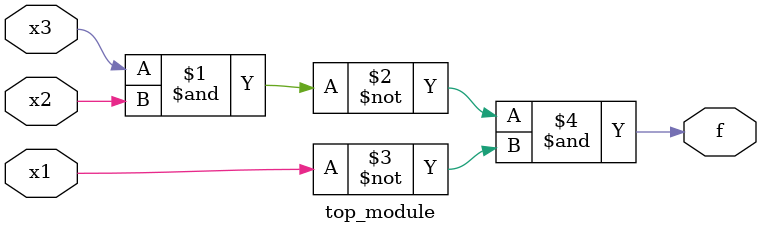
<source format=sv>
module top_module (
	input x3,
	input x2,
	input x1,
	output f
);

	assign f = ~(x3 & x2) & ~x1;

endmodule

</source>
